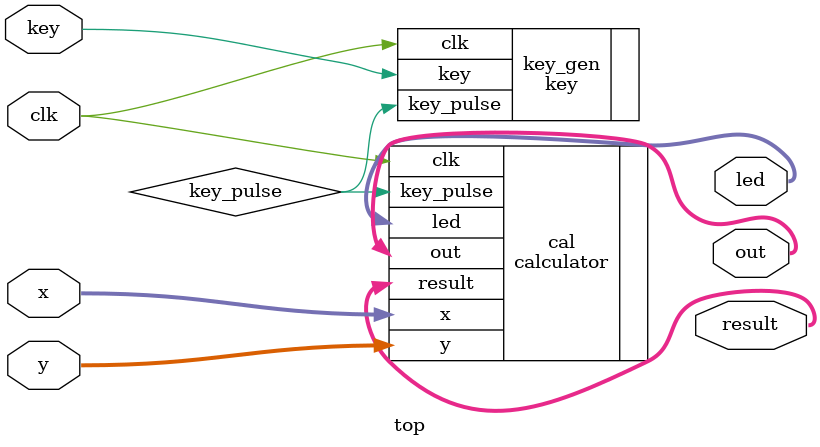
<source format=v>
`timescale 1ns / 1ps


module top(
    input clk,
    input [7:0] x,
    input [7:0] y,
    input key,
    
    output [7:0] out, // dp, g, f, e, d, c, b, a
    output [3:0] led,
    output [15:0] result
    );
    
    
    wire key_pulse;
    
    key key_gen(
        .clk(clk),
        .key(key),
        .key_pulse(key_pulse)
    );
    
    
    
    
//    wire [15:0] result;
    
    calculator cal(
        .clk(clk),
        .x(x),
        .y(y),
        .key_pulse(key_pulse),
        .result(result),
        .out(out),
        .led(led)
    );
    
    
//    assign num_0 = result[3:0];
//    assign num_1 = result[7:4];
//    assign num_2 = result[11:8];
//    assign num_3 = result[15:12];
    
//    reg update_sec_pre;
//    reg update_sec;
    
//    always@(result)
//        update_sec = 1;
    
//    always@(posedge clk)
//        update_sec = update_sec_pre;
        
//    assign update = update_sec_pre & ~update_sec;

    
endmodule

</source>
